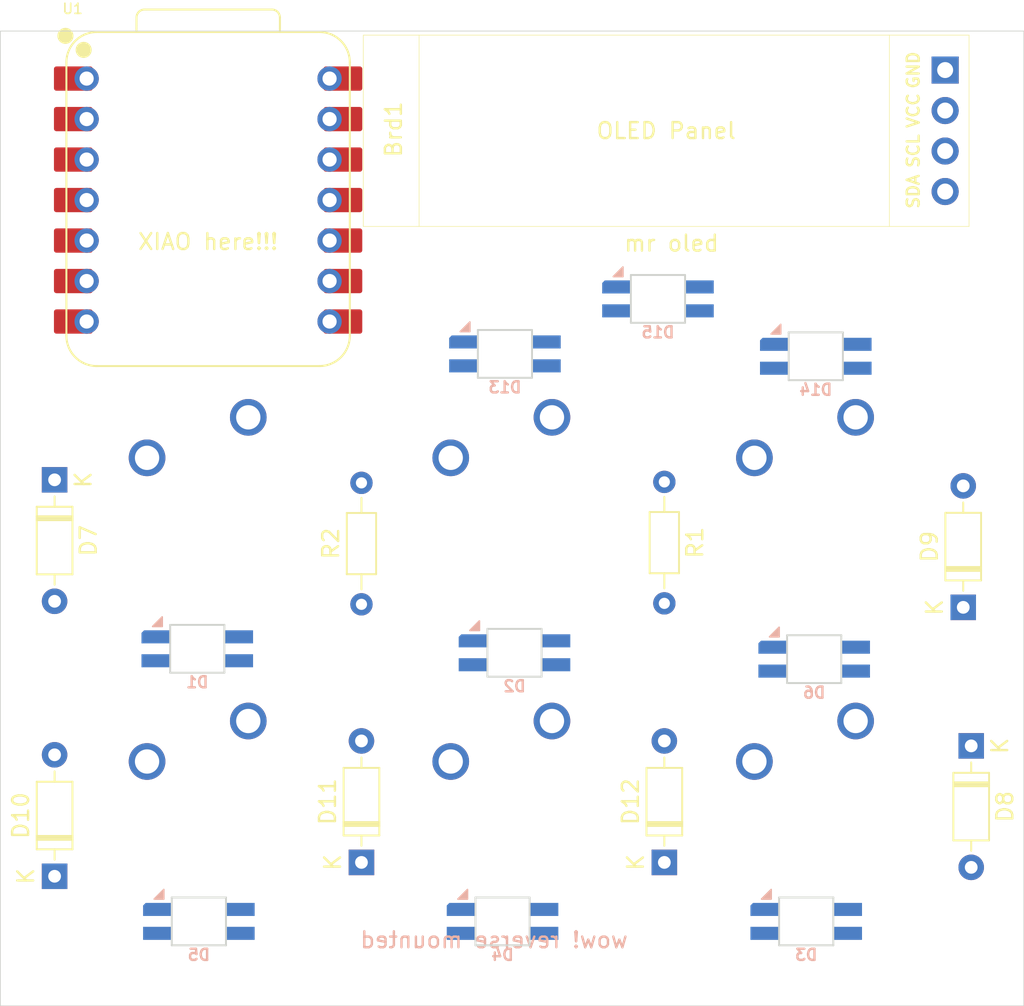
<source format=kicad_pcb>
(kicad_pcb (version 20240108) (generator "pcbnew") (generator_version "8.0")
  (layers (0 "F.Cu" signal) (31 "B.Cu" signal) (34 "B.Paste" user) (35 "F.Paste" user) (36 "B.SilkS" user "B.Silkscreen") (37 "F.SilkS" user "F.Silkscreen") (38 "B.Mask" user) (39 "F.Mask" user) (44 "Edge.Cuts" user))
  (net 0 "")
  (net 1 "GND")
  (net 2 "SDA")
  (net 3 "+5V")
  (net 4 "SCL")
  (net 5 "LEDin")
  (net 6 "Net-(D1-DOUT)")
  (net 7 "Net-(D2-DOUT)")
  (net 8 "DOUT")
  (net 9 "Net-(D4-DOUT)")
  (net 10 "Net-(D5-DOUT)")
  (net 11 "Row 0")
  (net 12 "Net-(D7-A)")
  (net 13 "Net-(D8-A)")
  (net 14 "Net-(D9-A)")
  (net 15 "Row 1")
  (net 16 "Net-(D10-A)")
  (net 17 "Net-(D11-A)")
  (net 18 "Net-(D12-A)")
  (net 19 "+3V3")
  (net 20 "Col 0")
  (net 21 "Col 1")
  (net 22 "Col 2")
  (net 29 "Net-(D13-DIN)")
  (net 30 "Net-(D13-DOUT)")
  (net 31 "Net-(D14-DOUT)")
  (footprint "oled:SSD1306-0.91-OLED-4pin-128x32" (layer "F.Cu") (at 96.115 76.355)
    (property "Reference" "Brd1" (at 1.9 5.91 90) (layer "F.SilkS"))
    (property "Value" "SSD1306")
    (fp_line (start 0 0) (end 0 12) (stroke (width 0.04)) (layer "F.SilkS"))
    (fp_line (start 0 12) (end 38 12) (stroke (width 0.04)) (layer "F.SilkS"))
    (fp_line (start 3.5 0) (end 3.5 12) (stroke (width 0.04)) (layer "F.SilkS"))
    (fp_line (start 33 0) (end 33 12) (stroke (width 0.04)) (layer "F.SilkS"))
    (fp_line (start 38 0) (end 0 0) (stroke (width 0.04)) (layer "F.SilkS"))
    (fp_line (start 38 12) (end 38 0) (stroke (width 0.04)) (layer "F.SilkS"))
    (fp_text user "VCC" (at 34.5 4.73 -90) (layer "F.SilkS") (effects (font (size 0.75 0.75))))
    (fp_text user "GND" (at 34.5 2.19 -90) (layer "F.SilkS") (effects (font (size 0.75 0.75))))
    (fp_text user "OLED Panel" (at 19 6 0) (layer "F.SilkS"))
    (fp_text user "SDA" (at 34.5 9.81 -90) (layer "F.SilkS") (effects (font (size 0.75 0.75))))
    (fp_text user "SCL" (at 34.5 7.27 -90) (layer "F.SilkS") (effects (font (size 0.75 0.75))))
    (pad "1" thru_hole rect (at 36.5 2.19) (size 1.7 1.7) (drill 1) (layers "*.Cu" "*.Mask") (net 1 "GND"))
    (pad "2" thru_hole oval (at 36.5 4.73) (size 1.7 1.7) (drill 1) (layers "*.Cu" "*.Mask") (net 3 "+5V"))
    (pad "3" thru_hole oval (at 36.5 7.27) (size 1.7 1.7) (drill 1) (layers "*.Cu" "*.Mask") (net 4 "SCL"))
    (pad "4" thru_hole oval (at 36.5 9.81) (size 1.7 1.7) (drill 1) (layers "*.Cu" "*.Mask") (net 2 "SDA"))
  )
  (footprint "mx:MX-Solderable-1U" (layer "F.Cu") (at 86.36 124.46)
    (property "Reference" "SW4")
    (property "Value" "SW_Push_45deg")
    (pad "" np_thru_hole circle (at -5.08 0 48.099) (size 1.7018 1.7018) (drill 1.7018) (layers "F&B.Cu" "*.Mask"))
    (pad "" np_thru_hole circle (at 0 0) (size 3.9878 3.9878) (drill 3.9878) (layers "*.Cu" "*.Mask"))
    (pad "" np_thru_hole circle (at 5.08 0 48.099) (size 1.7018 1.7018) (drill 1.7018) (layers "F&B.Cu" "*.Mask"))
    (pad "1" thru_hole circle (at -3.81 -2.54) (size 2.3 2.3) (drill 1.524) (layers "*.Cu" "B.Mask") (net 20 "Col 0"))
    (pad "2" thru_hole circle (at 2.54 -5.08) (size 2.3 2.3) (drill 1.524) (layers "*.Cu" "B.Mask") (net 16 "Net-(D10-A)"))
  )
  (footprint "mx:MX-Solderable-1U" (layer "F.Cu") (at 124.46 124.46)
    (property "Reference" "SW6")
    (property "Value" "SW_Push_45deg")
    (pad "" np_thru_hole circle (at -5.08 0 48.099) (size 1.7018 1.7018) (drill 1.7018) (layers "F&B.Cu" "*.Mask"))
    (pad "" np_thru_hole circle (at 0 0) (size 3.9878 3.9878) (drill 3.9878) (layers "*.Cu" "*.Mask"))
    (pad "" np_thru_hole circle (at 5.08 0 48.099) (size 1.7018 1.7018) (drill 1.7018) (layers "F&B.Cu" "*.Mask"))
    (pad "1" thru_hole circle (at -3.81 -2.54) (size 2.3 2.3) (drill 1.524) (layers "*.Cu" "B.Mask") (net 22 "Col 2"))
    (pad "2" thru_hole circle (at 2.54 -5.08) (size 2.3 2.3) (drill 1.524) (layers "*.Cu" "B.Mask") (net 18 "Net-(D12-A)"))
  )
  (footprint "mx:MX-Solderable-1U" (layer "F.Cu") (at 86.36 105.41)
    (property "Reference" "SW1")
    (property "Value" "SW_Push_45deg")
    (pad "" np_thru_hole circle (at -5.08 0 48.099) (size 1.7018 1.7018) (drill 1.7018) (layers "F&B.Cu" "*.Mask"))
    (pad "" np_thru_hole circle (at 0 0) (size 3.9878 3.9878) (drill 3.9878) (layers "*.Cu" "*.Mask"))
    (pad "" np_thru_hole circle (at 5.08 0 48.099) (size 1.7018 1.7018) (drill 1.7018) (layers "F&B.Cu" "*.Mask"))
    (pad "1" thru_hole circle (at -3.81 -2.54) (size 2.3 2.3) (drill 1.524) (layers "*.Cu" "B.Mask") (net 20 "Col 0"))
    (pad "2" thru_hole circle (at 2.54 -5.08) (size 2.3 2.3) (drill 1.524) (layers "*.Cu" "B.Mask") (net 12 "Net-(D7-A)"))
  )
  (footprint "Diode_THT:D_DO-35_SOD27_P7.62mm_Horizontal" (layer "F.Cu") (at 76.75 104.25 -90)
    (property "Reference" "D7" (at 3.81 -2.12 90) (layer "F.SilkS"))
    (property "Value" "D")
    (fp_line (start 1.69 1.12) (end 5.93 1.12) (stroke (width 0.12)) (layer "F.SilkS"))
    (fp_line (start 5.93 1.12) (end 5.93 -1.12) (stroke (width 0.12)) (layer "F.SilkS"))
    (fp_line (start 1.04 0) (end 1.69 0) (stroke (width 0.12)) (layer "F.SilkS"))
    (fp_line (start 6.58 0) (end 5.93 0) (stroke (width 0.12)) (layer "F.SilkS"))
    (fp_line (start 1.69 -1.12) (end 1.69 1.12) (stroke (width 0.12)) (layer "F.SilkS"))
    (fp_line (start 2.29 -1.12) (end 2.29 1.12) (stroke (width 0.12)) (layer "F.SilkS"))
    (fp_line (start 2.41 -1.12) (end 2.41 1.12) (stroke (width 0.12)) (layer "F.SilkS"))
    (fp_line (start 2.53 -1.12) (end 2.53 1.12) (stroke (width 0.12)) (layer "F.SilkS"))
    (fp_line (start 5.93 -1.12) (end 1.69 -1.12) (stroke (width 0.12)) (layer "F.SilkS"))
    (fp_text user "K" (at 0 -1.8 90) (layer "F.SilkS"))
    (pad "1" thru_hole rect (at 0 0 270) (size 1.6 1.6) (drill 0.8) (layers "*.Cu" "*.Mask") (net 11 "Row 0"))
    (pad "2" thru_hole oval (at 7.62 0 270) (size 1.6 1.6) (drill 0.8) (layers "*.Cu" "*.Mask") (net 12 "Net-(D7-A)"))
  )
  (footprint "mx:MX-Solderable-1U" (layer "F.Cu") (at 124.46 105.41)
    (property "Reference" "SW3")
    (property "Value" "SW_Push_45deg")
    (pad "" np_thru_hole circle (at -5.08 0 48.099) (size 1.7018 1.7018) (drill 1.7018) (layers "F&B.Cu" "*.Mask"))
    (pad "" np_thru_hole circle (at 0 0) (size 3.9878 3.9878) (drill 3.9878) (layers "*.Cu" "*.Mask"))
    (pad "" np_thru_hole circle (at 5.08 0 48.099) (size 1.7018 1.7018) (drill 1.7018) (layers "F&B.Cu" "*.Mask"))
    (pad "1" thru_hole circle (at -3.81 -2.54) (size 2.3 2.3) (drill 1.524) (layers "*.Cu" "B.Mask") (net 22 "Col 2"))
    (pad "2" thru_hole circle (at 2.54 -5.08) (size 2.3 2.3) (drill 1.524) (layers "*.Cu" "B.Mask") (net 14 "Net-(D9-A)"))
  )
  (footprint "Diode_THT:D_DO-35_SOD27_P7.62mm_Horizontal" (layer "F.Cu") (at 134.25 120.94 -90)
    (property "Reference" "D8" (at 3.81 -2.12 90) (layer "F.SilkS"))
    (property "Value" "D")
    (fp_line (start 1.69 1.12) (end 5.93 1.12) (stroke (width 0.12)) (layer "F.SilkS"))
    (fp_line (start 5.93 1.12) (end 5.93 -1.12) (stroke (width 0.12)) (layer "F.SilkS"))
    (fp_line (start 1.04 0) (end 1.69 0) (stroke (width 0.12)) (layer "F.SilkS"))
    (fp_line (start 6.58 0) (end 5.93 0) (stroke (width 0.12)) (layer "F.SilkS"))
    (fp_line (start 1.69 -1.12) (end 1.69 1.12) (stroke (width 0.12)) (layer "F.SilkS"))
    (fp_line (start 2.29 -1.12) (end 2.29 1.12) (stroke (width 0.12)) (layer "F.SilkS"))
    (fp_line (start 2.41 -1.12) (end 2.41 1.12) (stroke (width 0.12)) (layer "F.SilkS"))
    (fp_line (start 2.53 -1.12) (end 2.53 1.12) (stroke (width 0.12)) (layer "F.SilkS"))
    (fp_line (start 5.93 -1.12) (end 1.69 -1.12) (stroke (width 0.12)) (layer "F.SilkS"))
    (fp_text user "K" (at 0 -1.8 90) (layer "F.SilkS"))
    (pad "1" thru_hole rect (at 0 0 270) (size 1.6 1.6) (drill 0.8) (layers "*.Cu" "*.Mask") (net 11 "Row 0"))
    (pad "2" thru_hole oval (at 7.62 0 270) (size 1.6 1.6) (drill 0.8) (layers "*.Cu" "*.Mask") (net 13 "Net-(D8-A)"))
  )
  (footprint "mx:MX-Solderable-1U" (layer "F.Cu") (at 105.41 124.46)
    (property "Reference" "SW5")
    (property "Value" "SW_Push_45deg")
    (pad "" np_thru_hole circle (at -5.08 0 48.099) (size 1.7018 1.7018) (drill 1.7018) (layers "F&B.Cu" "*.Mask"))
    (pad "" np_thru_hole circle (at 0 0) (size 3.9878 3.9878) (drill 3.9878) (layers "*.Cu" "*.Mask"))
    (pad "" np_thru_hole circle (at 5.08 0 48.099) (size 1.7018 1.7018) (drill 1.7018) (layers "F&B.Cu" "*.Mask"))
    (pad "1" thru_hole circle (at -3.81 -2.54) (size 2.3 2.3) (drill 1.524) (layers "*.Cu" "B.Mask") (net 21 "Col 1"))
    (pad "2" thru_hole circle (at 2.54 -5.08) (size 2.3 2.3) (drill 1.524) (layers "*.Cu" "B.Mask") (net 17 "Net-(D11-A)"))
  )
  (footprint "mx:MX-Solderable-1U" (layer "F.Cu") (at 105.41 105.41)
    (property "Reference" "SW2")
    (property "Value" "SW_Push_45deg")
    (pad "" np_thru_hole circle (at -5.08 0 48.099) (size 1.7018 1.7018) (drill 1.7018) (layers "F&B.Cu" "*.Mask"))
    (pad "" np_thru_hole circle (at 0 0) (size 3.9878 3.9878) (drill 3.9878) (layers "*.Cu" "*.Mask"))
    (pad "" np_thru_hole circle (at 5.08 0 48.099) (size 1.7018 1.7018) (drill 1.7018) (layers "F&B.Cu" "*.Mask"))
    (pad "1" thru_hole circle (at -3.81 -2.54) (size 2.3 2.3) (drill 1.524) (layers "*.Cu" "B.Mask") (net 21 "Col 1"))
    (pad "2" thru_hole circle (at 2.54 -5.08) (size 2.3 2.3) (drill 1.524) (layers "*.Cu" "B.Mask") (net 13 "Net-(D8-A)"))
  )
  (footprint "Diode_THT:D_DO-35_SOD27_P7.62mm_Horizontal" (layer "F.Cu") (at 76.75 129.12 90)
    (property "Reference" "D10" (at 3.81 -2.12 90) (layer "F.SilkS"))
    (property "Value" "D")
    (fp_line (start 5.93 -1.12) (end 1.69 -1.12) (stroke (width 0.12)) (layer "F.SilkS"))
    (fp_line (start 2.53 -1.12) (end 2.53 1.12) (stroke (width 0.12)) (layer "F.SilkS"))
    (fp_line (start 2.41 -1.12) (end 2.41 1.12) (stroke (width 0.12)) (layer "F.SilkS"))
    (fp_line (start 2.29 -1.12) (end 2.29 1.12) (stroke (width 0.12)) (layer "F.SilkS"))
    (fp_line (start 1.69 -1.12) (end 1.69 1.12) (stroke (width 0.12)) (layer "F.SilkS"))
    (fp_line (start 6.58 0) (end 5.93 0) (stroke (width 0.12)) (layer "F.SilkS"))
    (fp_line (start 1.04 0) (end 1.69 0) (stroke (width 0.12)) (layer "F.SilkS"))
    (fp_line (start 5.93 1.12) (end 5.93 -1.12) (stroke (width 0.12)) (layer "F.SilkS"))
    (fp_line (start 1.69 1.12) (end 5.93 1.12) (stroke (width 0.12)) (layer "F.SilkS"))
    (fp_text user "K" (at 0 -1.8 90) (layer "F.SilkS"))
    (pad "1" thru_hole rect (at 0 0 90) (size 1.6 1.6) (drill 0.8) (layers "*.Cu" "*.Mask") (net 15 "Row 1"))
    (pad "2" thru_hole oval (at 7.62 0 90) (size 1.6 1.6) (drill 0.8) (layers "*.Cu" "*.Mask") (net 16 "Net-(D10-A)"))
  )
  (footprint "Diode_THT:D_DO-35_SOD27_P7.62mm_Horizontal" (layer "F.Cu") (at 133.75 112.25 90)
    (property "Reference" "D9" (at 3.81 -2.12 90) (layer "F.SilkS"))
    (property "Value" "D")
    (fp_line (start 5.93 -1.12) (end 1.69 -1.12) (stroke (width 0.12)) (layer "F.SilkS"))
    (fp_line (start 2.53 -1.12) (end 2.53 1.12) (stroke (width 0.12)) (layer "F.SilkS"))
    (fp_line (start 2.41 -1.12) (end 2.41 1.12) (stroke (width 0.12)) (layer "F.SilkS"))
    (fp_line (start 2.29 -1.12) (end 2.29 1.12) (stroke (width 0.12)) (layer "F.SilkS"))
    (fp_line (start 1.69 -1.12) (end 1.69 1.12) (stroke (width 0.12)) (layer "F.SilkS"))
    (fp_line (start 6.58 0) (end 5.93 0) (stroke (width 0.12)) (layer "F.SilkS"))
    (fp_line (start 1.04 0) (end 1.69 0) (stroke (width 0.12)) (layer "F.SilkS"))
    (fp_line (start 5.93 1.12) (end 5.93 -1.12) (stroke (width 0.12)) (layer "F.SilkS"))
    (fp_line (start 1.69 1.12) (end 5.93 1.12) (stroke (width 0.12)) (layer "F.SilkS"))
    (fp_text user "K" (at 0 -1.8 90) (layer "F.SilkS"))
    (pad "1" thru_hole rect (at 0 0 90) (size 1.6 1.6) (drill 0.8) (layers "*.Cu" "*.Mask") (net 11 "Row 0"))
    (pad "2" thru_hole oval (at 7.62 0 90) (size 1.6 1.6) (drill 0.8) (layers "*.Cu" "*.Mask") (net 14 "Net-(D9-A)"))
  )
  (footprint "xiao:XIAO-RP2040-DIP" (layer "F.Cu") (at 86.38 86.7)
    (property "Reference" "U1" (at -8.5 -12 0) (layer "F.SilkS") (effects (font (size 0.635 0.635) (thickness 0.1016))))
    (property "Value" "XIAO-RP2040-DIP")
    (fp_line (start -8.89 8.509) (end -8.89 -8.636) (stroke (width 0.127)) (layer "F.SilkS"))
    (fp_line (start -6.985 10.414) (end 6.985 10.414) (stroke (width 0.127)) (layer "F.SilkS"))
    (fp_line (start -4.495 -10.541) (end -4.491272 -11.451272) (stroke (width 0.127)) (layer "F.SilkS"))
    (fp_line (start -3.991272 -11.951) (end 4.004 -11.951) (stroke (width 0.127)) (layer "F.SilkS"))
    (fp_line (start 4.504 -11.451) (end 4.504 -10.541) (stroke (width 0.127)) (layer "F.SilkS"))
    (fp_line (start 6.985 -10.541) (end -6.985 -10.541) (stroke (width 0.1)) (layer "F.SilkS"))
    (fp_line (start 6.985 -10.541) (end -6.985 -10.541) (stroke (width 0.127)) (layer "F.SilkS"))
    (fp_line (start 8.89 8.509) (end 8.89 -8.636) (stroke (width 0.127)) (layer "F.SilkS"))
    (fp_arc (start -8.89 -8.636) (mid -8.332038 -9.983038) (end -6.985 -10.541) (stroke (width 0.127)) (layer "F.SilkS"))
    (fp_arc (start -6.985 10.414) (mid -8.332038 9.856038) (end -8.89 8.509) (stroke (width 0.127)) (layer "F.SilkS"))
    (fp_arc (start -4.491272 -11.451272) (mid -4.344724 -11.804644) (end -3.991272 -11.951) (stroke (width 0.127)) (layer "F.SilkS"))
    (fp_arc (start 4.004 -11.951) (mid 4.357553 -11.804553) (end 4.504 -11.451) (stroke (width 0.127)) (layer "F.SilkS"))
    (fp_arc (start 6.985 -10.541) (mid 8.332038 -9.983038) (end 8.89 -8.636) (stroke (width 0.127)) (layer "F.SilkS"))
    (fp_arc (start 8.89 8.509) (mid 8.332038 9.856038) (end 6.985 10.414) (stroke (width 0.127)) (layer "F.SilkS"))
    (fp_circle (center -8.95 -10.3) (end -8.95 -10.554) (stroke (width 0.5)) (fill solid) (layer "F.SilkS"))
    (fp_circle (center -7.807 -9.42) (end -7.807 -9.674) (stroke (width 0.5)) (fill solid) (layer "F.SilkS"))
    (pad "1" smd roundrect (at -8.455 -7.62 180) (size 2.432 1.524) (layers "F.Cu" "F.Mask") (roundrect_rratio 0.1) (net 20 "Col 0"))
    (pad "1" thru_hole circle (at -7.62 -7.62 180) (size 1.524 1.524) (drill 0.889) (layers "*.Cu" "*.Mask") (net 20 "Col 0"))
    (pad "2" smd roundrect (at -8.455 -5.08 180) (size 2.432 1.524) (layers "F.Cu" "F.Mask") (roundrect_rratio 0.1) (net 21 "Col 1"))
    (pad "2" thru_hole circle (at -7.62 -5.08 180) (size 1.524 1.524) (drill 0.889) (layers "*.Cu" "*.Mask") (net 21 "Col 1"))
    (pad "3" smd roundrect (at -8.455 -2.54 180) (size 2.432 1.524) (layers "F.Cu" "F.Mask") (roundrect_rratio 0.1) (net 22 "Col 2"))
    (pad "3" thru_hole circle (at -7.62 -2.54 180) (size 1.524 1.524) (drill 0.889) (layers "*.Cu" "*.Mask") (net 22 "Col 2"))
    (pad "4" smd roundrect (at -8.455 0 180) (size 2.432 1.524) (layers "F.Cu" "F.Mask") (roundrect_rratio 0.1) (net 11 "Row 0"))
    (pad "4" thru_hole circle (at -7.62 0 180) (size 1.524 1.524) (drill 0.889) (layers "*.Cu" "*.Mask") (net 11 "Row 0"))
    (pad "5" smd roundrect (at -8.455 2.54 180) (size 2.432 1.524) (layers "F.Cu" "F.Mask") (roundrect_rratio 0.1) (net 2 "SDA"))
    (pad "5" thru_hole circle (at -7.62 2.54 180) (size 1.524 1.524) (drill 0.889) (layers "*.Cu" "*.Mask") (net 2 "SDA"))
    (pad "6" smd roundrect (at -8.455 5.08 180) (size 2.432 1.524) (layers "F.Cu" "F.Mask") (roundrect_rratio 0.1) (net 4 "SCL"))
    (pad "6" thru_hole circle (at -7.62 5.08 180) (size 1.524 1.524) (drill 0.889) (layers "*.Cu" "*.Mask") (net 4 "SCL"))
    (pad "7" smd roundrect (at -8.455 7.62 180) (size 2.432 1.524) (layers "F.Cu" "F.Mask") (roundrect_rratio 0.1) (net 15 "Row 1"))
    (pad "7" thru_hole circle (at -7.62 7.62 180) (size 1.524 1.524) (drill 0.889) (layers "*.Cu" "*.Mask") (net 15 "Row 1"))
    (pad "8" thru_hole circle (at 7.62 7.62) (size 1.524 1.524) (drill 0.889) (layers "*.Cu" "*.Mask"))
    (pad "8" smd roundrect (at 8.455 7.62) (size 2.432 1.524) (layers "F.Cu" "F.Mask") (roundrect_rratio 0.1))
    (pad "9" thru_hole circle (at 7.62 5.08) (size 1.524 1.524) (drill 0.889) (layers "*.Cu" "*.Mask"))
    (pad "9" smd roundrect (at 8.455 5.08) (size 2.432 1.524) (layers "F.Cu" "F.Mask") (roundrect_rratio 0.1))
    (pad "10" thru_hole circle (at 7.62 2.54) (size 1.524 1.524) (drill 0.889) (layers "*.Cu" "*.Mask"))
    (pad "10" smd roundrect (at 8.455 2.54) (size 2.432 1.524) (layers "F.Cu" "F.Mask") (roundrect_rratio 0.1))
    (pad "11" thru_hole circle (at 7.62 0) (size 1.524 1.524) (drill 0.889) (layers "*.Cu" "*.Mask") (net 5 "LEDin"))
    (pad "11" smd roundrect (at 8.455 0) (size 2.432 1.524) (layers "F.Cu" "F.Mask") (roundrect_rratio 0.1) (net 5 "LEDin"))
    (pad "12" thru_hole circle (at 7.62 -2.54) (size 1.524 1.524) (drill 0.889) (layers "*.Cu" "*.Mask") (net 19 "+3V3"))
    (pad "12" smd roundrect (at 8.455 -2.54) (size 2.432 1.524) (layers "F.Cu" "F.Mask") (roundrect_rratio 0.1) (net 19 "+3V3"))
    (pad "13" thru_hole circle (at 7.62 -5.08) (size 1.524 1.524) (drill 0.889) (layers "*.Cu" "*.Mask") (net 1 "GND"))
    (pad "13" smd roundrect (at 8.455 -5.08) (size 2.432 1.524) (layers "F.Cu" "F.Mask") (roundrect_rratio 0.1) (net 1 "GND"))
    (pad "14" thru_hole circle (at 7.62 -7.62) (size 1.524 1.524) (drill 0.889) (layers "*.Cu" "*.Mask") (net 3 "+5V"))
    (pad "14" smd roundrect (at 8.455 -7.62) (size 2.432 1.524) (layers "F.Cu" "F.Mask") (roundrect_rratio 0.1) (net 3 "+5V"))
  )
  (footprint "Resistor_THT:R_Axial_DIN0204_L3.6mm_D1.6mm_P7.62mm_Horizontal" (layer "F.Cu") (at 96 112.06 90)
    (property "Reference" "R2" (at 3.81 -1.92 90) (layer "F.SilkS"))
    (property "Value" "4k7")
    (fp_line (start 5.73 -0.92) (end 1.89 -0.92) (stroke (width 0.12)) (layer "F.SilkS"))
    (fp_line (start 1.89 -0.92) (end 1.89 0.92) (stroke (width 0.12)) (layer "F.SilkS"))
    (fp_line (start 6.68 0) (end 5.73 0) (stroke (width 0.12)) (layer "F.SilkS"))
    (fp_line (start 0.94 0) (end 1.89 0) (stroke (width 0.12)) (layer "F.SilkS"))
    (fp_line (start 5.73 0.92) (end 5.73 -0.92) (stroke (width 0.12)) (layer "F.SilkS"))
    (fp_line (start 1.89 0.92) (end 5.73 0.92) (stroke (width 0.12)) (layer "F.SilkS"))
    (pad "1" thru_hole circle (at 0 0 90) (size 1.4 1.4) (drill 0.7) (layers "*.Cu" "*.Mask") (net 4 "SCL"))
    (pad "2" thru_hole oval (at 7.62 0 90) (size 1.4 1.4) (drill 0.7) (layers "*.Cu" "*.Mask") (net 19 "+3V3"))
  )
  (footprint "Resistor_THT:R_Axial_DIN0204_L3.6mm_D1.6mm_P7.62mm_Horizontal" (layer "F.Cu") (at 115 104.38 -90)
    (property "Reference" "R1" (at 3.81 -1.92 90) (layer "F.SilkS"))
    (property "Value" "4k7")
    (fp_line (start 1.89 0.92) (end 5.73 0.92) (stroke (width 0.12)) (layer "F.SilkS"))
    (fp_line (start 5.73 0.92) (end 5.73 -0.92) (stroke (width 0.12)) (layer "F.SilkS"))
    (fp_line (start 0.94 0) (end 1.89 0) (stroke (width 0.12)) (layer "F.SilkS"))
    (fp_line (start 6.68 0) (end 5.73 0) (stroke (width 0.12)) (layer "F.SilkS"))
    (fp_line (start 1.89 -0.92) (end 1.89 0.92) (stroke (width 0.12)) (layer "F.SilkS"))
    (fp_line (start 5.73 -0.92) (end 1.89 -0.92) (stroke (width 0.12)) (layer "F.SilkS"))
    (pad "1" thru_hole circle (at 0 0 270) (size 1.4 1.4) (drill 0.7) (layers "*.Cu" "*.Mask") (net 2 "SDA"))
    (pad "2" thru_hole oval (at 7.62 0 270) (size 1.4 1.4) (drill 0.7) (layers "*.Cu" "*.Mask") (net 19 "+3V3"))
  )
  (footprint "Diode_THT:D_DO-35_SOD27_P7.62mm_Horizontal" (layer "F.Cu") (at 115 128.25 90)
    (property "Reference" "D12" (at 3.81 -2.12 90) (layer "F.SilkS"))
    (property "Value" "D")
    (fp_line (start 5.93 -1.12) (end 1.69 -1.12) (stroke (width 0.12)) (layer "F.SilkS"))
    (fp_line (start 2.53 -1.12) (end 2.53 1.12) (stroke (width 0.12)) (layer "F.SilkS"))
    (fp_line (start 2.41 -1.12) (end 2.41 1.12) (stroke (width 0.12)) (layer "F.SilkS"))
    (fp_line (start 2.29 -1.12) (end 2.29 1.12) (stroke (width 0.12)) (layer "F.SilkS"))
    (fp_line (start 1.69 -1.12) (end 1.69 1.12) (stroke (width 0.12)) (layer "F.SilkS"))
    (fp_line (start 6.58 0) (end 5.93 0) (stroke (width 0.12)) (layer "F.SilkS"))
    (fp_line (start 1.04 0) (end 1.69 0) (stroke (width 0.12)) (layer "F.SilkS"))
    (fp_line (start 5.93 1.12) (end 5.93 -1.12) (stroke (width 0.12)) (layer "F.SilkS"))
    (fp_line (start 1.69 1.12) (end 5.93 1.12) (stroke (width 0.12)) (layer "F.SilkS"))
    (fp_text user "K" (at 0 -1.8 90) (layer "F.SilkS"))
    (pad "1" thru_hole rect (at 0 0 90) (size 1.6 1.6) (drill 0.8) (layers "*.Cu" "*.Mask") (net 15 "Row 1"))
    (pad "2" thru_hole oval (at 7.62 0 90) (size 1.6 1.6) (drill 0.8) (layers "*.Cu" "*.Mask") (net 18 "Net-(D12-A)"))
  )
  (footprint "Diode_THT:D_DO-35_SOD27_P7.62mm_Horizontal" (layer "F.Cu") (at 96 128.25 90)
    (property "Reference" "D11" (at 3.81 -2.12 90) (layer "F.SilkS"))
    (property "Value" "D")
    (fp_line (start 5.93 -1.12) (end 1.69 -1.12) (stroke (width 0.12)) (layer "F.SilkS"))
    (fp_line (start 2.53 -1.12) (end 2.53 1.12) (stroke (width 0.12)) (layer "F.SilkS"))
    (fp_line (start 2.41 -1.12) (end 2.41 1.12) (stroke (width 0.12)) (layer "F.SilkS"))
    (fp_line (start 2.29 -1.12) (end 2.29 1.12) (stroke (width 0.12)) (layer "F.SilkS"))
    (fp_line (start 1.69 -1.12) (end 1.69 1.12) (stroke (width 0.12)) (layer "F.SilkS"))
    (fp_line (start 6.58 0) (end 5.93 0) (stroke (width 0.12)) (layer "F.SilkS"))
    (fp_line (start 1.04 0) (end 1.69 0) (stroke (width 0.12)) (layer "F.SilkS"))
    (fp_line (start 5.93 1.12) (end 5.93 -1.12) (stroke (width 0.12)) (layer "F.SilkS"))
    (fp_line (start 1.69 1.12) (end 5.93 1.12) (stroke (width 0.12)) (layer "F.SilkS"))
    (fp_text user "K" (at 0 -1.8 90) (layer "F.SilkS"))
    (pad "1" thru_hole rect (at 0 0 90) (size 1.6 1.6) (drill 0.8) (layers "*.Cu" "*.Mask") (net 15 "Row 1"))
    (pad "2" thru_hole oval (at 7.62 0 90) (size 1.6 1.6) (drill 0.8) (layers "*.Cu" "*.Mask") (net 17 "Net-(D11-A)"))
  )
  (footprint "cyao:SK6812MINI-E" (layer "B.Cu") (at 105.6 115.1 180)
    (property "Reference" "D2" (at 0 -2.1 0) (layer "B.SilkS") (effects (font (size 0.7 0.7)) (justify mirror)))
    (property "Value" "SK6812MINI" (hide yes))
    (fp_poly (pts (xy 2.8 1.4) (xy 2.2 1.4) (xy 2.2 2)) (stroke (width 0.1)) (fill solid) (layer "B.SilkS"))
    (fp_line (start 1.7 1.5) (end -1.7 1.5) (stroke (width 0.12)) (layer "Edge.Cuts"))
    (fp_line (start 1.7 -1.5) (end 1.7 1.5) (stroke (width 0.12)) (layer "Edge.Cuts"))
    (fp_line (start -1.7 1.5) (end -1.7 -1.5) (stroke (width 0.12)) (layer "Edge.Cuts"))
    (fp_line (start -1.7 -1.5) (end 1.7 -1.5) (stroke (width 0.12)) (layer "Edge.Cuts"))
    (pad "1" smd rect (at -2.6 0.75 180) (size 1.8 0.82) (layers "B.Cu" "B.Paste" "B.Mask") (net 7 "Net-(D2-DOUT)"))
    (pad "2" smd roundrect (at 2.6 0.75 180) (size 1.8 0.82) (layers "B.Cu" "B.Paste" "B.Mask") (roundrect_rratio 0) (chamfer_ratio 0.2) (chamfer bottom_right) (net 1 "GND"))
    (pad "3" smd rect (at 2.6 -0.75 180) (size 1.8 0.82) (layers "B.Cu" "B.Paste" "B.Mask") (net 6 "Net-(D1-DOUT)"))
    (pad "4" smd rect (at -2.6 -0.75 180) (size 1.8 0.82) (layers "B.Cu" "B.Paste" "B.Mask") (net 3 "+5V"))
  )
  (footprint "cyao:SK6812MINI-E" (layer "B.Cu") (at 85.8 131.95 180)
    (property "Reference" "D5" (at 0 -2.1 0) (layer "B.SilkS") (effects (font (size 0.7 0.7)) (justify mirror)))
    (property "Value" "SK6812MINI" (hide yes))
    (fp_poly (pts (xy 2.8 1.4) (xy 2.2 1.4) (xy 2.2 2)) (stroke (width 0.1)) (fill solid) (layer "B.SilkS"))
    (fp_line (start 1.7 1.5) (end -1.7 1.5) (stroke (width 0.12)) (layer "Edge.Cuts"))
    (fp_line (start 1.7 -1.5) (end 1.7 1.5) (stroke (width 0.12)) (layer "Edge.Cuts"))
    (fp_line (start -1.7 1.5) (end -1.7 -1.5) (stroke (width 0.12)) (layer "Edge.Cuts"))
    (fp_line (start -1.7 -1.5) (end 1.7 -1.5) (stroke (width 0.12)) (layer "Edge.Cuts"))
    (pad "1" smd rect (at -2.6 0.75 180) (size 1.8 0.82) (layers "B.Cu" "B.Paste" "B.Mask") (net 10 "Net-(D5-DOUT)"))
    (pad "2" smd roundrect (at 2.6 0.75 180) (size 1.8 0.82) (layers "B.Cu" "B.Paste" "B.Mask") (roundrect_rratio 0) (chamfer_ratio 0.2) (chamfer bottom_right) (net 1 "GND"))
    (pad "3" smd rect (at 2.6 -0.75 180) (size 1.8 0.82) (layers "B.Cu" "B.Paste" "B.Mask") (net 9 "Net-(D4-DOUT)"))
    (pad "4" smd rect (at -2.6 -0.75 180) (size 1.8 0.82) (layers "B.Cu" "B.Paste" "B.Mask") (net 3 "+5V"))
  )
  (footprint "cyao:SK6812MINI-E" (layer "B.Cu") (at 114.6 92.9 180)
    (property "Reference" "D15" (at 0 -2.1 0) (layer "B.SilkS") (effects (font (size 0.7 0.7)) (justify mirror)))
    (property "Value" "SK6812MINI" (hide yes))
    (fp_poly (pts (xy 2.8 1.4) (xy 2.2 1.4) (xy 2.2 2)) (stroke (width 0.1)) (fill solid) (layer "B.SilkS"))
    (fp_line (start 1.7 1.5) (end -1.7 1.5) (stroke (width 0.12)) (layer "Edge.Cuts"))
    (fp_line (start 1.7 -1.5) (end 1.7 1.5) (stroke (width 0.12)) (layer "Edge.Cuts"))
    (fp_line (start -1.7 1.5) (end -1.7 -1.5) (stroke (width 0.12)) (layer "Edge.Cuts"))
    (fp_line (start -1.7 -1.5) (end 1.7 -1.5) (stroke (width 0.12)) (layer "Edge.Cuts"))
    (pad "1" smd rect (at -2.6 0.75 180) (size 1.8 0.82) (layers "B.Cu" "B.Paste" "B.Mask"))
    (pad "2" smd roundrect (at 2.6 0.75 180) (size 1.8 0.82) (layers "B.Cu" "B.Paste" "B.Mask") (roundrect_rratio 0) (chamfer_ratio 0.2) (chamfer bottom_right) (net 1 "GND"))
    (pad "3" smd rect (at 2.6 -0.75 180) (size 1.8 0.82) (layers "B.Cu" "B.Paste" "B.Mask") (net 31 "Net-(D14-DOUT)"))
    (pad "4" smd rect (at -2.6 -0.75 180) (size 1.8 0.82) (layers "B.Cu" "B.Paste" "B.Mask") (net 3 "+5V"))
  )
  (footprint "cyao:SK6812MINI-E" (layer "B.Cu") (at 123.9 131.95 180)
    (property "Reference" "D3" (at 0 -2.1 0) (layer "B.SilkS") (effects (font (size 0.7 0.7)) (justify mirror)))
    (property "Value" "SK6812MINI" (hide yes))
    (fp_poly (pts (xy 2.8 1.4) (xy 2.2 1.4) (xy 2.2 2)) (stroke (width 0.1)) (fill solid) (layer "B.SilkS"))
    (fp_line (start 1.7 1.5) (end -1.7 1.5) (stroke (width 0.12)) (layer "Edge.Cuts"))
    (fp_line (start 1.7 -1.5) (end 1.7 1.5) (stroke (width 0.12)) (layer "Edge.Cuts"))
    (fp_line (start -1.7 1.5) (end -1.7 -1.5) (stroke (width 0.12)) (layer "Edge.Cuts"))
    (fp_line (start -1.7 -1.5) (end 1.7 -1.5) (stroke (width 0.12)) (layer "Edge.Cuts"))
    (pad "1" smd rect (at -2.6 0.75 180) (size 1.8 0.82) (layers "B.Cu" "B.Paste" "B.Mask") (net 8 "DOUT"))
    (pad "2" smd roundrect (at 2.6 0.75 180) (size 1.8 0.82) (layers "B.Cu" "B.Paste" "B.Mask") (roundrect_rratio 0) (chamfer_ratio 0.2) (chamfer bottom_right) (net 1 "GND"))
    (pad "3" smd rect (at 2.6 -0.75 180) (size 1.8 0.82) (layers "B.Cu" "B.Paste" "B.Mask") (net 7 "Net-(D2-DOUT)"))
    (pad "4" smd rect (at -2.6 -0.75 180) (size 1.8 0.82) (layers "B.Cu" "B.Paste" "B.Mask") (net 3 "+5V"))
  )
  (footprint "cyao:SK6812MINI-E" (layer "B.Cu") (at 124.4 115.5 180)
    (property "Reference" "D6" (at 0 -2.1 0) (layer "B.SilkS") (effects (font (size 0.7 0.7)) (justify mirror)))
    (property "Value" "SK6812MINI" (hide yes))
    (fp_poly (pts (xy 2.8 1.4) (xy 2.2 1.4) (xy 2.2 2)) (stroke (width 0.1)) (fill solid) (layer "B.SilkS"))
    (fp_line (start 1.7 1.5) (end -1.7 1.5) (stroke (width 0.12)) (layer "Edge.Cuts"))
    (fp_line (start 1.7 -1.5) (end 1.7 1.5) (stroke (width 0.12)) (layer "Edge.Cuts"))
    (fp_line (start -1.7 1.5) (end -1.7 -1.5) (stroke (width 0.12)) (layer "Edge.Cuts"))
    (fp_line (start -1.7 -1.5) (end 1.7 -1.5) (stroke (width 0.12)) (layer "Edge.Cuts"))
    (pad "1" smd rect (at -2.6 0.75 180) (size 1.8 0.82) (layers "B.Cu" "B.Paste" "B.Mask") (net 29 "Net-(D13-DIN)"))
    (pad "2" smd roundrect (at 2.6 0.75 180) (size 1.8 0.82) (layers "B.Cu" "B.Paste" "B.Mask") (roundrect_rratio 0) (chamfer_ratio 0.2) (chamfer bottom_right) (net 1 "GND"))
    (pad "3" smd rect (at 2.6 -0.75 180) (size 1.8 0.82) (layers "B.Cu" "B.Paste" "B.Mask") (net 10 "Net-(D5-DOUT)"))
    (pad "4" smd rect (at -2.6 -0.75 180) (size 1.8 0.82) (layers "B.Cu" "B.Paste" "B.Mask") (net 3 "+5V"))
  )
  (footprint "cyao:SK6812MINI-E" (layer "B.Cu") (at 105 96.35 180)
    (property "Reference" "D13" (at 0 -2.1 0) (layer "B.SilkS") (effects (font (size 0.7 0.7)) (justify mirror)))
    (property "Value" "SK6812MINI" (hide yes))
    (fp_poly (pts (xy 2.8 1.4) (xy 2.2 1.4) (xy 2.2 2)) (stroke (width 0.1)) (fill solid) (layer "B.SilkS"))
    (fp_line (start 1.7 1.5) (end -1.7 1.5) (stroke (width 0.12)) (layer "Edge.Cuts"))
    (fp_line (start 1.7 -1.5) (end 1.7 1.5) (stroke (width 0.12)) (layer "Edge.Cuts"))
    (fp_line (start -1.7 1.5) (end -1.7 -1.5) (stroke (width 0.12)) (layer "Edge.Cuts"))
    (fp_line (start -1.7 -1.5) (end 1.7 -1.5) (stroke (width 0.12)) (layer "Edge.Cuts"))
    (pad "1" smd rect (at -2.6 0.75 180) (size 1.8 0.82) (layers "B.Cu" "B.Paste" "B.Mask") (net 30 "Net-(D13-DOUT)"))
    (pad "2" smd roundrect (at 2.6 0.75 180) (size 1.8 0.82) (layers "B.Cu" "B.Paste" "B.Mask") (roundrect_rratio 0) (chamfer_ratio 0.2) (chamfer bottom_right) (net 1 "GND"))
    (pad "3" smd rect (at 2.6 -0.75 180) (size 1.8 0.82) (layers "B.Cu" "B.Paste" "B.Mask") (net 29 "Net-(D13-DIN)"))
    (pad "4" smd rect (at -2.6 -0.75 180) (size 1.8 0.82) (layers "B.Cu" "B.Paste" "B.Mask") (net 3 "+5V"))
  )
  (footprint "cyao:SK6812MINI-E" (layer "B.Cu") (at 104.85 131.95 180)
    (property "Reference" "D4" (at 0 -2.1 0) (layer "B.SilkS") (effects (font (size 0.7 0.7)) (justify mirror)))
    (property "Value" "SK6812MINI" (hide yes))
    (fp_poly (pts (xy 2.8 1.4) (xy 2.2 1.4) (xy 2.2 2)) (stroke (width 0.1)) (fill solid) (layer "B.SilkS"))
    (fp_line (start 1.7 1.5) (end -1.7 1.5) (stroke (width 0.12)) (layer "Edge.Cuts"))
    (fp_line (start 1.7 -1.5) (end 1.7 1.5) (stroke (width 0.12)) (layer "Edge.Cuts"))
    (fp_line (start -1.7 1.5) (end -1.7 -1.5) (stroke (width 0.12)) (layer "Edge.Cuts"))
    (fp_line (start -1.7 -1.5) (end 1.7 -1.5) (stroke (width 0.12)) (layer "Edge.Cuts"))
    (pad "1" smd rect (at -2.6 0.75 180) (size 1.8 0.82) (layers "B.Cu" "B.Paste" "B.Mask") (net 9 "Net-(D4-DOUT)"))
    (pad "2" smd roundrect (at 2.6 0.75 180) (size 1.8 0.82) (layers "B.Cu" "B.Paste" "B.Mask") (roundrect_rratio 0) (chamfer_ratio 0.2) (chamfer bottom_right) (net 1 "GND"))
    (pad "3" smd rect (at 2.6 -0.75 180) (size 1.8 0.82) (layers "B.Cu" "B.Paste" "B.Mask") (net 8 "DOUT"))
    (pad "4" smd rect (at -2.6 -0.75 180) (size 1.8 0.82) (layers "B.Cu" "B.Paste" "B.Mask") (net 3 "+5V"))
  )
  (footprint "cyao:SK6812MINI-E" (layer "B.Cu") (at 85.7 114.85 180)
    (property "Reference" "D1" (at 0 -2.1 0) (layer "B.SilkS") (effects (font (size 0.7 0.7)) (justify mirror)))
    (property "Value" "SK6812MINI" (hide yes))
    (fp_poly (pts (xy 2.8 1.4) (xy 2.2 1.4) (xy 2.2 2)) (stroke (width 0.1)) (fill solid) (layer "B.SilkS"))
    (fp_line (start 1.7 1.5) (end -1.7 1.5) (stroke (width 0.12)) (layer "Edge.Cuts"))
    (fp_line (start 1.7 -1.5) (end 1.7 1.5) (stroke (width 0.12)) (layer "Edge.Cuts"))
    (fp_line (start -1.7 1.5) (end -1.7 -1.5) (stroke (width 0.12)) (layer "Edge.Cuts"))
    (fp_line (start -1.7 -1.5) (end 1.7 -1.5) (stroke (width 0.12)) (layer "Edge.Cuts"))
    (pad "1" smd rect (at -2.6 0.75 180) (size 1.8 0.82) (layers "B.Cu" "B.Paste" "B.Mask") (net 6 "Net-(D1-DOUT)"))
    (pad "2" smd roundrect (at 2.6 0.75 180) (size 1.8 0.82) (layers "B.Cu" "B.Paste" "B.Mask") (roundrect_rratio 0) (chamfer_ratio 0.2) (chamfer bottom_right) (net 1 "GND"))
    (pad "3" smd rect (at 2.6 -0.75 180) (size 1.8 0.82) (layers "B.Cu" "B.Paste" "B.Mask") (net 5 "LEDin"))
    (pad "4" smd rect (at -2.6 -0.75 180) (size 1.8 0.82) (layers "B.Cu" "B.Paste" "B.Mask") (net 3 "+5V"))
  )
  (footprint "cyao:SK6812MINI-E" (layer "B.Cu") (at 124.5 96.5 180)
    (property "Reference" "D14" (at 0 -2.1 0) (layer "B.SilkS") (effects (font (size 0.7 0.7)) (justify mirror)))
    (property "Value" "SK6812MINI" (hide yes))
    (fp_poly (pts (xy 2.8 1.4) (xy 2.2 1.4) (xy 2.2 2)) (stroke (width 0.1)) (fill solid) (layer "B.SilkS"))
    (fp_line (start 1.7 1.5) (end -1.7 1.5) (stroke (width 0.12)) (layer "Edge.Cuts"))
    (fp_line (start 1.7 -1.5) (end 1.7 1.5) (stroke (width 0.12)) (layer "Edge.Cuts"))
    (fp_line (start -1.7 1.5) (end -1.7 -1.5) (stroke (width 0.12)) (layer "Edge.Cuts"))
    (fp_line (start -1.7 -1.5) (end 1.7 -1.5) (stroke (width 0.12)) (layer "Edge.Cuts"))
    (pad "1" smd rect (at -2.6 0.75 180) (size 1.8 0.82) (layers "B.Cu" "B.Paste" "B.Mask") (net 31 "Net-(D14-DOUT)"))
    (pad "2" smd roundrect (at 2.6 0.75 180) (size 1.8 0.82) (layers "B.Cu" "B.Paste" "B.Mask") (roundrect_rratio 0) (chamfer_ratio 0.2) (chamfer bottom_right) (net 1 "GND"))
    (pad "3" smd rect (at 2.6 -0.75 180) (size 1.8 0.82) (layers "B.Cu" "B.Paste" "B.Mask") (net 30 "Net-(D13-DOUT)"))
    (pad "4" smd rect (at -2.6 -0.75 180) (size 1.8 0.82) (layers "B.Cu" "B.Paste" "B.Mask") (net 3 "+5V"))
  )
  (gr_rect (start 73.35 76.1) (end 137.55 137.25) (stroke (width 0.05)) (fill none) (layer "Edge.Cuts"))
  (gr_text "wow! reverse mounted" (at 112.8 133.7 -0) (layer "B.SilkS") (effects (font (size 1 1)) (justify left bottom mirror)))
  (gr_text "XIAO here!!!" (at 81.9 89.9 0) (layer "F.SilkS") (effects (font (size 1 1)) (justify left bottom)))
  (gr_text "mr oled" (at 112.4 90 0) (layer "F.SilkS") (effects (font (size 1 1)) (justify left bottom)))
)
</source>
